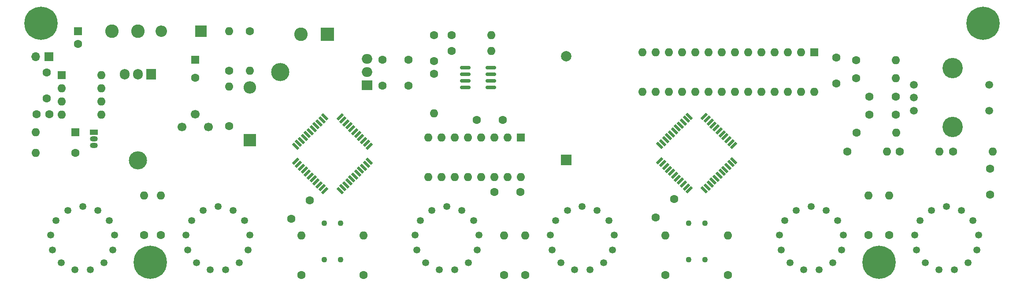
<source format=gbr>
%TF.GenerationSoftware,KiCad,Pcbnew,8.0.4+1*%
%TF.CreationDate,2024-10-13T16:33:14+00:00*%
%TF.ProjectId,nixie,6e697869-652e-46b6-9963-61645f706362,v1.1*%
%TF.SameCoordinates,Original*%
%TF.FileFunction,Soldermask,Top*%
%TF.FilePolarity,Negative*%
%FSLAX46Y46*%
G04 Gerber Fmt 4.6, Leading zero omitted, Abs format (unit mm)*
G04 Created by KiCad (PCBNEW 8.0.4+1) date 2024-10-13 16:33:14*
%MOMM*%
%LPD*%
G01*
G04 APERTURE LIST*
G04 Aperture macros list*
%AMRoundRect*
0 Rectangle with rounded corners*
0 $1 Rounding radius*
0 $2 $3 $4 $5 $6 $7 $8 $9 X,Y pos of 4 corners*
0 Add a 4 corners polygon primitive as box body*
4,1,4,$2,$3,$4,$5,$6,$7,$8,$9,$2,$3,0*
0 Add four circle primitives for the rounded corners*
1,1,$1+$1,$2,$3*
1,1,$1+$1,$4,$5*
1,1,$1+$1,$6,$7*
1,1,$1+$1,$8,$9*
0 Add four rect primitives between the rounded corners*
20,1,$1+$1,$2,$3,$4,$5,0*
20,1,$1+$1,$4,$5,$6,$7,0*
20,1,$1+$1,$6,$7,$8,$9,0*
20,1,$1+$1,$8,$9,$2,$3,0*%
%AMRotRect*
0 Rectangle, with rotation*
0 The origin of the aperture is its center*
0 $1 length*
0 $2 width*
0 $3 Rotation angle, in degrees counterclockwise*
0 Add horizontal line*
21,1,$1,$2,0,0,$3*%
G04 Aperture macros list end*
%ADD10R,1.600000X1.600000*%
%ADD11O,1.600000X1.600000*%
%ADD12C,1.700000*%
%ADD13C,1.600000*%
%ADD14R,2.400000X2.400000*%
%ADD15O,2.400000X2.400000*%
%ADD16C,1.346200*%
%ADD17C,2.600000*%
%ADD18R,2.000000X2.000000*%
%ADD19C,2.000000*%
%ADD20RotRect,1.500000X0.520000X225.000000*%
%ADD21RotRect,0.520000X1.500000X225.000000*%
%ADD22C,1.107440*%
%ADD23RoundRect,0.150000X-0.825000X-0.150000X0.825000X-0.150000X0.825000X0.150000X-0.825000X0.150000X0*%
%ADD24R,1.500000X1.050000*%
%ADD25O,1.500000X1.050000*%
%ADD26C,0.800000*%
%ADD27C,6.400000*%
%ADD28O,3.500000X3.500000*%
%ADD29R,1.905000X2.000000*%
%ADD30O,1.905000X2.000000*%
%ADD31R,2.000000X1.905000*%
%ADD32O,2.000000X1.905000*%
%ADD33R,2.200000X2.200000*%
%ADD34O,2.200000X2.200000*%
%ADD35C,3.915000*%
%ADD36C,1.500000*%
%ADD37R,1.700000X1.700000*%
%ADD38O,1.700000X1.700000*%
%ADD39R,2.600000X2.600000*%
G04 APERTURE END LIST*
D10*
%TO.C,U1*%
X168200000Y-86980000D03*
D11*
X165660000Y-86980000D03*
X163120000Y-86980000D03*
X160580000Y-86980000D03*
X158040000Y-86980000D03*
X155500000Y-86980000D03*
X152960000Y-86980000D03*
X150420000Y-86980000D03*
X150420000Y-94600000D03*
X152960000Y-94600000D03*
X155500000Y-94600000D03*
X158040000Y-94600000D03*
X160580000Y-94600000D03*
X163120000Y-94600000D03*
X165660000Y-94600000D03*
X168200000Y-94600000D03*
%TD*%
D12*
%TO.C,RV1*%
X108120000Y-85000000D03*
X105620000Y-82500000D03*
X103120000Y-85000000D03*
%TD*%
D13*
%TO.C,R4*%
X116120000Y-66500000D03*
D11*
X116120000Y-74120000D03*
%TD*%
D14*
%TO.C,D3*%
X116120000Y-87500000D03*
D15*
X116120000Y-77340000D03*
%TD*%
D16*
%TO.C,N1*%
X89092700Y-102984640D03*
X78907300Y-102984640D03*
X77855740Y-105755780D03*
X78213880Y-108694560D03*
X79895360Y-111132960D03*
X82519180Y-112509640D03*
X85480820Y-112509640D03*
X88104640Y-111132960D03*
X89786120Y-108694560D03*
X90144260Y-105755780D03*
X84000000Y-100312560D03*
X81124720Y-101021220D03*
X86875280Y-101021220D03*
%TD*%
D13*
%TO.C,C13*%
X235200000Y-82600000D03*
X240200000Y-82600000D03*
%TD*%
D16*
%TO.C,N4*%
X115092700Y-102984640D03*
X104907300Y-102984640D03*
X103855740Y-105755780D03*
X104213880Y-108694560D03*
X105895360Y-111132960D03*
X108519180Y-112509640D03*
X111480820Y-112509640D03*
X114104640Y-111132960D03*
X115786120Y-108694560D03*
X116144260Y-105755780D03*
X110000000Y-100312560D03*
X107124720Y-101021220D03*
X112875280Y-101021220D03*
%TD*%
D13*
%TO.C,C10*%
X197667767Y-98832233D03*
X194132233Y-102367767D03*
%TD*%
%TO.C,R2*%
X112120000Y-74120000D03*
D11*
X112120000Y-66500000D03*
%TD*%
D17*
%TO.C,L1*%
X89620000Y-66500000D03*
X94620000Y-66500000D03*
%TD*%
D10*
%TO.C,C5*%
X83120000Y-66500000D03*
D13*
X83120000Y-69000000D03*
%TD*%
D18*
%TO.C,BT1*%
X176899999Y-91350000D03*
D19*
X176899999Y-71349999D03*
%TD*%
D13*
%TO.C,C2*%
X77620000Y-82500000D03*
X75120000Y-82500000D03*
%TD*%
%TO.C,R14*%
X208000000Y-113500000D03*
D11*
X208000000Y-105880000D03*
%TD*%
D20*
%TO.C,U3*%
X139106423Y-88697056D03*
X138540738Y-88131371D03*
X137975052Y-87565685D03*
X137409367Y-87000000D03*
X136843681Y-86434314D03*
X136277996Y-85868629D03*
X135712311Y-85302944D03*
X135146625Y-84737258D03*
X134580940Y-84171573D03*
X134015254Y-83605887D03*
X133449569Y-83040202D03*
D21*
X130550431Y-83040202D03*
X129984746Y-83605887D03*
X129419060Y-84171573D03*
X128853375Y-84737258D03*
X128287689Y-85302944D03*
X127722004Y-85868629D03*
X127156319Y-86434314D03*
X126590633Y-87000000D03*
X126024948Y-87565685D03*
X125459262Y-88131371D03*
X124893577Y-88697056D03*
D20*
X124893577Y-91596194D03*
X125459262Y-92161879D03*
X126024948Y-92727565D03*
X126590633Y-93293250D03*
X127156319Y-93858936D03*
X127722004Y-94424621D03*
X128287689Y-94990306D03*
X128853375Y-95555992D03*
X129419060Y-96121677D03*
X129984746Y-96687363D03*
X130550431Y-97253048D03*
D21*
X133449569Y-97253048D03*
X134015254Y-96687363D03*
X134580940Y-96121677D03*
X135146625Y-95555992D03*
X135712311Y-94990306D03*
X136277996Y-94424621D03*
X136843681Y-93858936D03*
X137409367Y-93293250D03*
X137975052Y-92727565D03*
X138540738Y-92161879D03*
X139106423Y-91596194D03*
%TD*%
D13*
%TO.C,R19*%
X232580000Y-72100000D03*
D11*
X240200000Y-72100000D03*
%TD*%
D13*
%TO.C,R6*%
X165000000Y-113500000D03*
D11*
X165000000Y-105880000D03*
%TD*%
D10*
%TO.C,U6*%
X224600000Y-70600000D03*
D11*
X222060000Y-70600000D03*
X219520001Y-70600000D03*
X216980000Y-70600000D03*
X214440000Y-70600000D03*
X211900000Y-70600000D03*
X209360000Y-70600000D03*
X206819999Y-70600000D03*
X204280000Y-70600000D03*
X201740000Y-70600000D03*
X199200000Y-70600000D03*
X196660001Y-70600000D03*
X194120000Y-70600000D03*
X191580000Y-70600000D03*
X191580000Y-78220000D03*
X194120000Y-78220000D03*
X196660000Y-78220000D03*
X199200000Y-78220000D03*
X201740000Y-78220000D03*
X204280000Y-78220000D03*
X206820000Y-78220000D03*
X209360000Y-78220000D03*
X211900000Y-78220000D03*
X214440000Y-78220000D03*
X216980000Y-78220000D03*
X219520000Y-78220000D03*
X222060000Y-78220000D03*
X224600000Y-78220000D03*
%TD*%
D13*
%TO.C,R23*%
X251250000Y-89699500D03*
D11*
X258870000Y-89699500D03*
%TD*%
D13*
%TO.C,R1*%
X82620000Y-90000000D03*
D11*
X75000000Y-90000000D03*
%TD*%
D22*
%TO.C,N7*%
X133587500Y-103500000D03*
X130412500Y-103500000D03*
%TD*%
D23*
%TO.C,U7*%
X157525000Y-73495000D03*
X157525000Y-74765000D03*
X157525000Y-76035000D03*
X157525000Y-77305000D03*
X162475000Y-77305000D03*
X162475000Y-76035000D03*
X162475000Y-74765000D03*
X162475000Y-73495000D03*
%TD*%
D13*
%TO.C,R16*%
X232580000Y-75600000D03*
D11*
X240200000Y-75600000D03*
%TD*%
D24*
%TO.C,Q1*%
X86120000Y-86000000D03*
D25*
X86120000Y-87270000D03*
X86120000Y-88540000D03*
%TD*%
D13*
%TO.C,R8*%
X99000000Y-105810000D03*
D11*
X99000000Y-98190000D03*
%TD*%
D13*
%TO.C,C11*%
X228780000Y-76600000D03*
X228780000Y-71600000D03*
%TD*%
%TO.C,R7*%
X235000000Y-105810000D03*
D11*
X235000000Y-98190000D03*
%TD*%
D16*
%TO.C,N5*%
X185092700Y-102984640D03*
X174907300Y-102984640D03*
X173855740Y-105755780D03*
X174213880Y-108694560D03*
X175895360Y-111132960D03*
X178519180Y-112509640D03*
X181480820Y-112509640D03*
X184104640Y-111132960D03*
X185786120Y-108694560D03*
X186144260Y-105755780D03*
X180000000Y-100312560D03*
X177124720Y-101021220D03*
X182875280Y-101021220D03*
%TD*%
D20*
%TO.C,U5*%
X209106423Y-88550431D03*
X208540738Y-87984746D03*
X207975052Y-87419060D03*
X207409367Y-86853375D03*
X206843681Y-86287689D03*
X206277996Y-85722004D03*
X205712311Y-85156319D03*
X205146625Y-84590633D03*
X204580940Y-84024948D03*
X204015254Y-83459262D03*
X203449569Y-82893577D03*
D21*
X200550431Y-82893577D03*
X199984746Y-83459262D03*
X199419060Y-84024948D03*
X198853375Y-84590633D03*
X198287689Y-85156319D03*
X197722004Y-85722004D03*
X197156319Y-86287689D03*
X196590633Y-86853375D03*
X196024948Y-87419060D03*
X195459262Y-87984746D03*
X194893577Y-88550431D03*
D20*
X194893577Y-91449569D03*
X195459262Y-92015254D03*
X196024948Y-92580940D03*
X196590633Y-93146625D03*
X197156319Y-93712311D03*
X197722004Y-94277996D03*
X198287689Y-94843681D03*
X198853375Y-95409367D03*
X199419060Y-95975052D03*
X199984746Y-96540738D03*
X200550431Y-97106423D03*
D21*
X203449569Y-97106423D03*
X204015254Y-96540738D03*
X204580940Y-95975052D03*
X205146625Y-95409367D03*
X205712311Y-94843681D03*
X206277996Y-94277996D03*
X206843681Y-93712311D03*
X207409367Y-93146625D03*
X207975052Y-92580940D03*
X208540738Y-92015254D03*
X209106423Y-91449569D03*
%TD*%
D10*
%TO.C,U2*%
X80000000Y-75000000D03*
D11*
X80000000Y-77540000D03*
X80000000Y-80080000D03*
X80000000Y-82620000D03*
X87620000Y-82620000D03*
X87620000Y-80080000D03*
X87620000Y-77540000D03*
X87620000Y-75000000D03*
%TD*%
D13*
%TO.C,R18*%
X232700000Y-86100000D03*
D11*
X240320000Y-86100000D03*
%TD*%
D13*
%TO.C,C12*%
X235200000Y-79100000D03*
X240200000Y-79100000D03*
%TD*%
D22*
%TO.C,N8*%
X203587500Y-103500000D03*
X200412500Y-103500000D03*
%TD*%
D13*
%TO.C,C15*%
X258400000Y-93000000D03*
X258400000Y-98000000D03*
%TD*%
%TO.C,R3*%
X112120000Y-84810000D03*
D11*
X112120000Y-77190000D03*
%TD*%
D13*
%TO.C,C7*%
X141600000Y-72000000D03*
X146600000Y-72000000D03*
%TD*%
%TO.C,R10*%
X239000000Y-105810000D03*
D11*
X239000000Y-98190000D03*
%TD*%
D16*
%TO.C,N3*%
X229092700Y-102984640D03*
X218907300Y-102984640D03*
X217855740Y-105755780D03*
X218213880Y-108694560D03*
X219895360Y-111132960D03*
X222519180Y-112509640D03*
X225480820Y-112509640D03*
X228104640Y-111132960D03*
X229786120Y-108694560D03*
X230144260Y-105755780D03*
X224000000Y-100312560D03*
X221124720Y-101021220D03*
X226875280Y-101021220D03*
%TD*%
D26*
%TO.C,H4*%
X94600000Y-111000000D03*
X95302944Y-109302944D03*
X95302944Y-112697056D03*
X97000000Y-108600000D03*
D27*
X97000000Y-111000000D03*
D26*
X97000000Y-113400000D03*
X98697056Y-109302944D03*
X98697056Y-112697056D03*
X99400000Y-111000000D03*
%TD*%
D13*
%TO.C,C3*%
X127600000Y-99100000D03*
X124064466Y-102635534D03*
%TD*%
D28*
%TO.C,Q2*%
X94620000Y-91430000D03*
D29*
X97160000Y-74770000D03*
D30*
X94620000Y-74770000D03*
X92080000Y-74770000D03*
%TD*%
D13*
%TO.C,R5*%
X95800000Y-105810000D03*
D11*
X95800000Y-98190000D03*
%TD*%
D13*
%TO.C,R13*%
X138000000Y-113500000D03*
D11*
X138000000Y-105880000D03*
%TD*%
D10*
%TO.C,C9*%
X105620000Y-72000000D03*
D13*
X105620000Y-75500000D03*
%TD*%
%TO.C,R17*%
X154905000Y-67305000D03*
D11*
X162525000Y-67305000D03*
%TD*%
D13*
%TO.C,R11*%
X126000000Y-113500000D03*
D11*
X126000000Y-105880000D03*
%TD*%
D22*
%TO.C,N9*%
X133587500Y-110500000D03*
X130412500Y-110500000D03*
%TD*%
D28*
%TO.C,U4*%
X121970000Y-74400000D03*
D31*
X138630000Y-76940000D03*
D32*
X138630000Y-74400000D03*
X138630000Y-71860000D03*
%TD*%
D26*
%TO.C,H2*%
X254600000Y-65000000D03*
X255302944Y-63302944D03*
X255302944Y-66697056D03*
X257000000Y-62600000D03*
D27*
X257000000Y-65000000D03*
D26*
X257000000Y-67400000D03*
X258697056Y-63302944D03*
X258697056Y-66697056D03*
X259400000Y-65000000D03*
%TD*%
%TO.C,H3*%
X234600000Y-111000000D03*
X235302944Y-109302944D03*
X235302944Y-112697056D03*
X237000000Y-108600000D03*
D27*
X237000000Y-111000000D03*
D26*
X237000000Y-113400000D03*
X238697056Y-109302944D03*
X238697056Y-112697056D03*
X239400000Y-111000000D03*
%TD*%
%TO.C,H1*%
X73600000Y-65000000D03*
X74302944Y-63302944D03*
X74302944Y-66697056D03*
X76000000Y-62600000D03*
D27*
X76000000Y-65000000D03*
D26*
X76000000Y-67400000D03*
X77697056Y-63302944D03*
X77697056Y-66697056D03*
X78400000Y-65000000D03*
%TD*%
D13*
%TO.C,R12*%
X196000000Y-113500000D03*
D11*
X196000000Y-105880000D03*
%TD*%
D33*
%TO.C,D2*%
X106740000Y-66500000D03*
D34*
X99120000Y-66500000D03*
%TD*%
D16*
%TO.C,N2*%
X159092700Y-102984640D03*
X148907300Y-102984640D03*
X147855740Y-105755780D03*
X148213880Y-108694560D03*
X149895360Y-111132960D03*
X152519180Y-112509640D03*
X155480820Y-112509640D03*
X158104640Y-111132960D03*
X159786120Y-108694560D03*
X160144260Y-105755780D03*
X154000000Y-100312560D03*
X151124720Y-101021220D03*
X156875280Y-101021220D03*
%TD*%
D13*
%TO.C,R15*%
X154905000Y-70305000D03*
D11*
X162525000Y-70305000D03*
%TD*%
D35*
%TO.C,SW1*%
X251200000Y-73600000D03*
X251200000Y-85000000D03*
D36*
X243700000Y-76800000D03*
X243700000Y-81800000D03*
X243700000Y-79300000D03*
X258200000Y-76800000D03*
X258200000Y-81800000D03*
%TD*%
D22*
%TO.C,N10*%
X203587500Y-110500000D03*
X200412500Y-110500000D03*
%TD*%
D37*
%TO.C,J2*%
X77475000Y-71400000D03*
D38*
X74935000Y-71400000D03*
%TD*%
D16*
%TO.C,N6*%
X255092700Y-102984640D03*
X244907300Y-102984640D03*
X243855740Y-105755780D03*
X244213880Y-108694560D03*
X245895360Y-111132960D03*
X248519180Y-112509640D03*
X251480820Y-112509640D03*
X254104640Y-111132960D03*
X255786120Y-108694560D03*
X256144260Y-105755780D03*
X250000000Y-100312560D03*
X247124720Y-101021220D03*
X252875280Y-101021220D03*
%TD*%
D13*
%TO.C,R21*%
X241030000Y-89699500D03*
D11*
X248650000Y-89699500D03*
%TD*%
D13*
%TO.C,C8*%
X168100000Y-97500000D03*
X163100000Y-97500000D03*
%TD*%
%TO.C,C14*%
X151525000Y-72305000D03*
X151525000Y-67305000D03*
%TD*%
%TO.C,C6*%
X164700000Y-83600000D03*
X159700000Y-83600000D03*
%TD*%
%TO.C,R9*%
X169000000Y-113500000D03*
D11*
X169000000Y-105880000D03*
%TD*%
D10*
%TO.C,D1*%
X82620000Y-86000000D03*
D11*
X75000000Y-86000000D03*
%TD*%
D13*
%TO.C,R22*%
X151525000Y-74685000D03*
D11*
X151525000Y-82305000D03*
%TD*%
D13*
%TO.C,C4*%
X141600000Y-77000000D03*
X146600000Y-77000000D03*
%TD*%
%TO.C,R20*%
X230930000Y-89699500D03*
D11*
X238550000Y-89699500D03*
%TD*%
D13*
%TO.C,C1*%
X77120000Y-74500000D03*
X77120000Y-79500000D03*
%TD*%
D39*
%TO.C,J1*%
X131000000Y-67105000D03*
D17*
X125920000Y-67105000D03*
%TD*%
M02*

</source>
